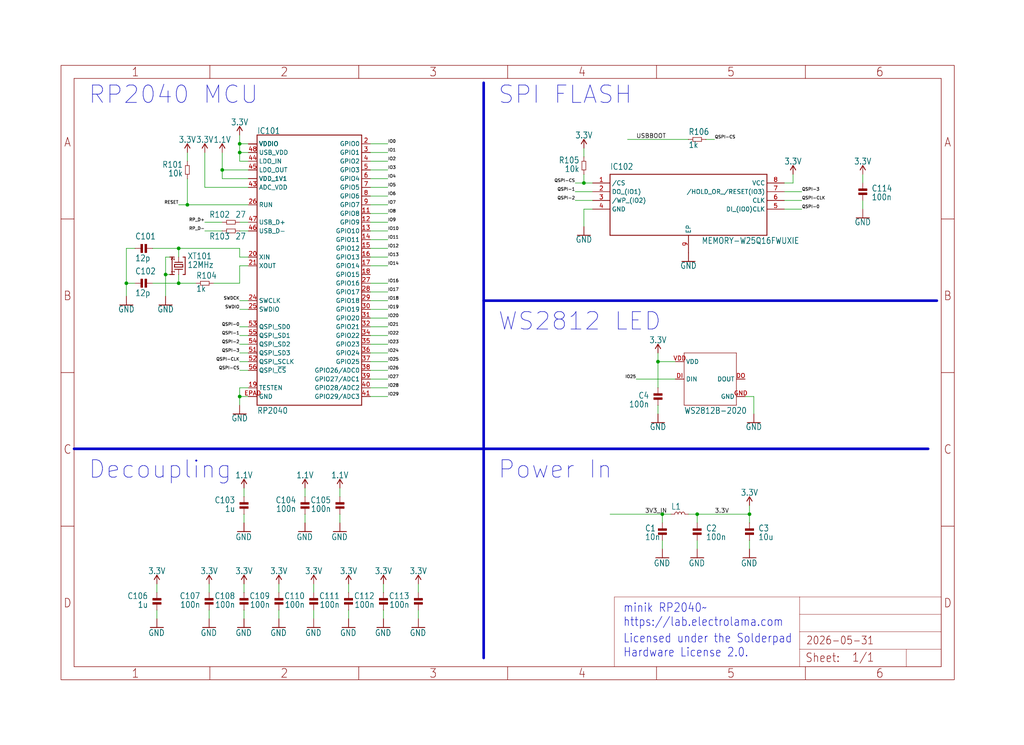
<source format=kicad_sch>
(kicad_sch (version 20230121) (generator eeschema)
  (paper "User" 298.45 217.17)
  (lib_symbols
    (symbol "working-eagle-import:1.1V" (power)
      (property "Value" "1.1V" (at 0 2.794 0))
      (symbol "1.1V_1_0"
        (pin power_in line (at 0 0 90) (length 2.54) (name "1.1V") (number "1"))
      )
    )
    (symbol "working-eagle-import:3.3V" (power)
      (property "Value" "3.3V" (at 0 2.794 0))
      (symbol "3.3V_1_0"
        (pin power_in line (at 0 0 90) (length 2.54) (name "3.3V") (number "1"))
      )
    )
    (symbol "working-eagle-import:A4L-LOC"
      (symbol "A4L-LOC_1_0"
        (text "${#}/${##}" (at 230.505 5.08 0) (effects (font (size 2.54 2.159)) (justify left bottom)))
        (text "${CURRENT_DATE}" (at 217.17 10.16 0) (effects (font (size 2.286 1.9431)) (justify left bottom)))
        (text "${PROJECTNAME}" (at 217.17 15.24 0) (effects (font (size 2.54 2.159)) (justify left bottom)))
        (text "1" (at 21.6958 1.905 0) (effects (font (size 2.54 2.286))))
        (text "1" (at 21.6958 177.165 0) (effects (font (size 2.54 2.286))))
        (text "2" (at 65.0875 1.905 0) (effects (font (size 2.54 2.286))))
        (text "2" (at 65.0875 177.165 0) (effects (font (size 2.54 2.286))))
        (text "3" (at 108.4792 1.905 0) (effects (font (size 2.54 2.286))))
        (text "3" (at 108.4792 177.165 0) (effects (font (size 2.54 2.286))))
        (text "4" (at 151.8708 1.905 0) (effects (font (size 2.54 2.286))))
        (text "4" (at 151.8708 177.165 0) (effects (font (size 2.54 2.286))))
        (text "5" (at 195.2625 1.905 0) (effects (font (size 2.54 2.286))))
        (text "5" (at 195.2625 177.165 0) (effects (font (size 2.54 2.286))))
        (text "6" (at 238.6542 1.905 0) (effects (font (size 2.54 2.286))))
        (text "6" (at 238.6542 177.165 0) (effects (font (size 2.54 2.286))))
        (text "A" (at 1.905 156.6863 0) (effects (font (size 2.54 2.286))))
        (text "A" (at 258.445 156.6863 0) (effects (font (size 2.54 2.286))))
        (text "B" (at 1.905 111.9188 0) (effects (font (size 2.54 2.286))))
        (text "B" (at 258.445 111.9188 0) (effects (font (size 2.54 2.286))))
        (text "C" (at 1.905 67.1513 0) (effects (font (size 2.54 2.286))))
        (text "C" (at 258.445 67.1513 0) (effects (font (size 2.54 2.286))))
        (text "D" (at 1.905 22.3838 0) (effects (font (size 2.54 2.286))))
        (text "D" (at 258.445 22.3838 0) (effects (font (size 2.54 2.286))))
        (text "Sheet:" (at 216.916 4.953 0) (effects (font (size 2.54 2.159)) (justify left bottom)))
      )
    )
    (symbol "working-eagle-import:CAP-0402"
      (property "Reference" "C" (at -2.54 2.54 0))
      (symbol "CAP-0402_1_0"
        (pin passive line (at -2.54 0 0) (length 0) (name "1") (number "1"))
        (pin passive line (at 2.54 0 180) (length 0) (name "2") (number "2"))
      )
    )
    (symbol "working-eagle-import:GND" (power)
      (property "Value" "GND" (at 0 -0.254 0))
      (symbol "GND_1_0"
        (pin power_in line (at 0 2.54 270) (length 2.54) (name "GND") (number "1"))
      )
    )
    (symbol "working-eagle-import:INDUCTOR-0402"
      (property "Reference" "L" (at -2.54 1.27 0))
      (symbol "INDUCTOR-0402_1_0"
        (pin passive line (at -2.54 0 0) (length 0) (name "1") (number "1"))
        (pin passive line (at 2.54 0 180) (length 0) (name "2") (number "2"))
      )
    )
    (symbol "working-eagle-import:MEMORY-W25Q16FWUXIE"
      (property "Reference" "IC" (at 52.07 7.62 0))
      (symbol "MEMORY-W25Q16FWUXIE_1_0"
        (pin bidirectional line (at 0 0 0) (length 5.08) (name "/CS") (number "1"))
        (pin bidirectional line (at 0 -2.54 0) (length 5.08) (name "DO_(IO1)") (number "2"))
        (pin bidirectional line (at 0 -5.08 0) (length 5.08) (name "/WP_(IO2)") (number "3"))
        (pin bidirectional line (at 0 -7.62 0) (length 5.08) (name "GND") (number "4"))
        (pin bidirectional line (at 55.88 -7.62 180) (length 5.08) (name "DI_(IO0)CLK") (number "5"))
        (pin bidirectional line (at 55.88 -5.08 180) (length 5.08) (name "CLK") (number "6"))
        (pin bidirectional line (at 55.88 -2.54 180) (length 5.08) (name "/HOLD_OR_/RESET(IO3)") (number "7"))
        (pin bidirectional line (at 55.88 0 180) (length 5.08) (name "VCC") (number "8"))
        (pin bidirectional line (at 27.94 -20.32 90) (length 5.08) (name "EP") (number "9"))
      )
    )
    (symbol "working-eagle-import:RES-0402"
      (property "Reference" "R" (at -2.54 1.27 0))
      (symbol "RES-0402_1_0"
        (pin passive line (at -2.54 0 0) (length 0) (name "1") (number "1"))
        (pin passive line (at 2.54 0 180) (length 0) (name "2") (number "2"))
      )
    )
    (symbol "working-eagle-import:RP2040"
      (property "Reference" "U" (at -15.24 38.354 0))
      (symbol "RP2040_1_0"
        (pin bidirectional line (at -17.78 35.56 0) (length 2.54) (name "VDDIO") (number "1"))
        (pin bidirectional line (at -17.78 35.56 0) (length 2.54) (name "VDDIO") (number "10"))
        (pin bidirectional line (at 17.78 15.24 180) (length 2.54) (name "GPIO8") (number "11"))
        (pin bidirectional line (at 17.78 12.7 180) (length 2.54) (name "GPIO9") (number "12"))
        (pin bidirectional line (at 17.78 10.16 180) (length 2.54) (name "GPIO10") (number "13"))
        (pin bidirectional line (at 17.78 7.62 180) (length 2.54) (name "GPIO11") (number "14"))
        (pin bidirectional line (at 17.78 5.08 180) (length 2.54) (name "GPIO12") (number "15"))
        (pin bidirectional line (at 17.78 2.54 180) (length 2.54) (name "GPIO13") (number "16"))
        (pin bidirectional line (at 17.78 0 180) (length 2.54) (name "GPIO14") (number "17"))
        (pin bidirectional line (at 17.78 -2.54 180) (length 2.54) (name "GPIO15") (number "18"))
        (pin bidirectional line (at -17.78 -35.56 0) (length 2.54) (name "TESTEN") (number "19"))
        (pin bidirectional line (at 17.78 35.56 180) (length 2.54) (name "GPIO0") (number "2"))
        (pin bidirectional line (at -17.78 2.54 0) (length 2.54) (name "XIN") (number "20"))
        (pin bidirectional line (at -17.78 0 0) (length 2.54) (name "XOUT") (number "21"))
        (pin bidirectional line (at -17.78 35.56 0) (length 2.54) (name "VDDIO") (number "22"))
        (pin bidirectional line (at -17.78 25.4 0) (length 2.54) (name "VDD_1V1") (number "23"))
        (pin bidirectional line (at -17.78 -10.16 0) (length 2.54) (name "SWCLK") (number "24"))
        (pin bidirectional line (at -17.78 -12.7 0) (length 2.54) (name "SWDIO") (number "25"))
        (pin bidirectional line (at -17.78 17.78 0) (length 2.54) (name "RUN") (number "26"))
        (pin bidirectional line (at 17.78 -5.08 180) (length 2.54) (name "GPIO16") (number "27"))
        (pin bidirectional line (at 17.78 -7.62 180) (length 2.54) (name "GPIO17") (number "28"))
        (pin bidirectional line (at 17.78 -10.16 180) (length 2.54) (name "GPIO18") (number "29"))
        (pin bidirectional line (at 17.78 33.02 180) (length 2.54) (name "GPIO1") (number "3"))
        (pin bidirectional line (at 17.78 -12.7 180) (length 2.54) (name "GPIO19") (number "30"))
        (pin bidirectional line (at 17.78 -15.24 180) (length 2.54) (name "GPIO20") (number "31"))
        (pin bidirectional line (at 17.78 -17.78 180) (length 2.54) (name "GPIO21") (number "32"))
        (pin bidirectional line (at -17.78 35.56 0) (length 2.54) (name "VDDIO") (number "33"))
        (pin bidirectional line (at 17.78 -20.32 180) (length 2.54) (name "GPIO22") (number "34"))
        (pin bidirectional line (at 17.78 -22.86 180) (length 2.54) (name "GPIO23") (number "35"))
        (pin bidirectional line (at 17.78 -25.4 180) (length 2.54) (name "GPIO24") (number "36"))
        (pin bidirectional line (at 17.78 -27.94 180) (length 2.54) (name "GPIO25") (number "37"))
        (pin bidirectional line (at 17.78 -30.48 180) (length 2.54) (name "GPIO26/ADC0") (number "38"))
        (pin bidirectional line (at 17.78 -33.02 180) (length 2.54) (name "GPIO27/ADC1") (number "39"))
        (pin bidirectional line (at 17.78 30.48 180) (length 2.54) (name "GPIO2") (number "4"))
        (pin bidirectional line (at 17.78 -35.56 180) (length 2.54) (name "GPIO28/ADC2") (number "40"))
        (pin bidirectional line (at 17.78 -38.1 180) (length 2.54) (name "GPIO29/ADC3") (number "41"))
        (pin bidirectional line (at -17.78 35.56 0) (length 2.54) (name "VDDIO") (number "42"))
        (pin bidirectional line (at -17.78 22.86 0) (length 2.54) (name "ADC_VDD") (number "43"))
        (pin bidirectional line (at -17.78 30.48 0) (length 2.54) (name "LDO_IN") (number "44"))
        (pin bidirectional line (at -17.78 27.94 0) (length 2.54) (name "LDO_OUT") (number "45"))
        (pin bidirectional line (at -17.78 10.16 0) (length 2.54) (name "USB_D-") (number "46"))
        (pin bidirectional line (at -17.78 12.7 0) (length 2.54) (name "USB_D+") (number "47"))
        (pin bidirectional line (at -17.78 33.02 0) (length 2.54) (name "USB_VDD") (number "48"))
        (pin bidirectional line (at -17.78 35.56 0) (length 2.54) (name "VDDIO") (number "49"))
        (pin bidirectional line (at 17.78 27.94 180) (length 2.54) (name "GPIO3") (number "5"))
        (pin bidirectional line (at -17.78 25.4 0) (length 2.54) (name "VDD_1V1") (number "50"))
        (pin bidirectional line (at -17.78 -25.4 0) (length 2.54) (name "QSPI_SD3") (number "51"))
        (pin bidirectional line (at -17.78 -27.94 0) (length 2.54) (name "QSPI_SCLK") (number "52"))
        (pin bidirectional line (at -17.78 -17.78 0) (length 2.54) (name "QSPI_SD0") (number "53"))
        (pin bidirectional line (at -17.78 -22.86 0) (length 2.54) (name "QSPI_SD2") (number "54"))
        (pin bidirectional line (at -17.78 -20.32 0) (length 2.54) (name "QSPI_SD1") (number "55"))
        (pin bidirectional line (at -17.78 -30.48 0) (length 2.54) (name "QSPI_~{CS}") (number "56"))
        (pin bidirectional line (at 17.78 25.4 180) (length 2.54) (name "GPIO4") (number "6"))
        (pin bidirectional line (at 17.78 22.86 180) (length 2.54) (name "GPIO5") (number "7"))
        (pin bidirectional line (at 17.78 20.32 180) (length 2.54) (name "GPIO6") (number "8"))
        (pin bidirectional line (at 17.78 17.78 180) (length 2.54) (name "GPIO7") (number "9"))
        (pin bidirectional line (at -17.78 -38.1 0) (length 2.54) (name "GND") (number "EPAD"))
      )
    )
    (symbol "working-eagle-import:WS2812B-2020"
      (symbol "WS2812B-2020_1_0"
        (pin bidirectional line (at -10.16 0 0) (length 2.54) (name "DIN") (number "DI"))
        (pin bidirectional line (at 10.16 0 180) (length 2.54) (name "DOUT") (number "DO"))
        (pin bidirectional line (at 10.16 -5.08 180) (length 2.54) (name "GND") (number "GND"))
        (pin bidirectional line (at -10.16 5.08 0) (length 2.54) (name "VDD") (number "VDD"))
      )
    )
    (symbol "working-eagle-import:XTAL-4P-3225"
      (property "Reference" "XT" (at -2.54 5.08 0))
      (symbol "XTAL-4P-3225_1_0"
        (text "1" (at -2.159 -1.143 0) (effects (font (size 0.8636 0.734)) (justify left bottom)))
        (text "2" (at 1.524 -1.143 0) (effects (font (size 0.8636 0.734)) (justify left bottom)))
        (pin passive line (at -2.54 0 0) (length 0) (name "1") (number "1"))
        (pin bidirectional line (at -2.54 -2.54 90) (length 0) (name "2") (number "2"))
        (pin passive line (at 2.54 0 180) (length 0) (name "3") (number "3"))
        (pin bidirectional line (at 2.54 -2.54 90) (length 0) (name "4") (number "4"))
      )
    )
    (symbol "working-eagle-import:supply1_GND" (power)
      (property "Value" "supply1_GND" (at -2.54 -2.54 0))
      (symbol "supply1_GND_1_0"
        (pin power_in line (at 0 2.54 270) (length 2.54) (name "GND") (number "1"))
      )
    )
  )
  (junction (at 52.07 82.55))
  (junction (at 36.83 82.55))
  (junction (at 191.77 105.41))
  (junction (at 193.04 149.86))
  (junction (at 69.85 115.57))
  (junction (at 64.77 49.53))
  (junction (at 218.44 149.86))
  (junction (at 69.85 41.91))
  (junction (at 170.18 53.34))
  (junction (at 203.2 149.86))
  (junction (at 69.85 44.45))
  (junction (at 54.61 59.69))
  (junction (at 52.07 72.39))
  (junction (at 48.26 80.01))
  (wire (pts (xy 107.95 59.69) (xy 113.03 59.69)) (stroke (width 0.1524)))
  (wire (pts (xy 193.04 157.48) (xy 193.04 160.02)) (stroke (width 0.1524)))
  (wire (pts (xy 72.39 44.45) (xy 69.85 44.45)) (stroke (width 0.1524)))
  (wire (pts (xy 72.39 77.47) (xy 69.85 77.47)) (stroke (width 0.1524)))
  (wire (pts (xy 69.85 74.93) (xy 69.85 72.39)) (stroke (width 0.1524)))
  (wire (pts (xy 203.2 149.86) (xy 218.44 149.86)) (stroke (width 0.1524)))
  (wire (pts (xy 218.44 152.4) (xy 218.44 149.86)) (stroke (width 0.1524)))
  (wire (pts (xy 71.12 170.18) (xy 71.12 172.72)) (stroke (width 0.1524)))
  (wire (pts (xy 170.18 50.8) (xy 170.18 53.34)) (stroke (width 0.1524)))
  (wire (pts (xy 200.66 40.64) (xy 182.88 40.64)) (stroke (width 0.1524)))
  (wire (pts (xy 69.85 67.31) (xy 72.39 67.31)) (stroke (width 0.1524)))
  (wire (pts (xy 69.85 46.99) (xy 69.85 44.45)) (stroke (width 0.1524)))
  (wire (pts (xy 107.95 105.41) (xy 113.03 105.41)) (stroke (width 0.1524)))
  (wire (pts (xy 69.85 41.91) (xy 69.85 44.45)) (stroke (width 0.1524)))
  (wire (pts (xy 172.72 60.96) (xy 170.18 60.96)) (stroke (width 0.1524)))
  (wire (pts (xy 107.95 90.17) (xy 113.03 90.17)) (stroke (width 0.1524)))
  (wire (pts (xy 101.6 177.8) (xy 101.6 180.34)) (stroke (width 0.1524)))
  (wire (pts (xy 81.28 170.18) (xy 81.28 172.72)) (stroke (width 0.1524)))
  (wire (pts (xy 69.85 77.47) (xy 69.85 82.55)) (stroke (width 0.1524)))
  (wire (pts (xy 121.92 177.8) (xy 121.92 180.34)) (stroke (width 0.1524)))
  (wire (pts (xy 71.12 142.24) (xy 71.12 144.78)) (stroke (width 0.1524)))
  (wire (pts (xy 52.07 74.93) (xy 52.07 72.39)) (stroke (width 0.1524)))
  (wire (pts (xy 54.61 59.69) (xy 54.61 52.07)) (stroke (width 0.1524)))
  (wire (pts (xy 60.96 177.8) (xy 60.96 180.34)) (stroke (width 0.1524)))
  (wire (pts (xy 251.46 58.42) (xy 251.46 60.96)) (stroke (width 0.1524)))
  (wire (pts (xy 203.2 157.48) (xy 203.2 160.02)) (stroke (width 0.1524)))
  (wire (pts (xy 218.44 157.48) (xy 218.44 160.02)) (stroke (width 0.1524)))
  (wire (pts (xy 107.95 92.71) (xy 113.03 92.71)) (stroke (width 0.1524)))
  (wire (pts (xy 39.37 72.39) (xy 36.83 72.39)) (stroke (width 0.1524)))
  (wire (pts (xy 64.77 52.07) (xy 64.77 49.53)) (stroke (width 0.1524)))
  (wire (pts (xy 107.95 100.33) (xy 113.03 100.33)) (stroke (width 0.1524)))
  (wire (pts (xy 81.28 177.8) (xy 81.28 180.34)) (stroke (width 0.1524)))
  (wire (pts (xy 52.07 82.55) (xy 44.45 82.55)) (stroke (width 0.1524)))
  (wire (pts (xy 72.39 97.79) (xy 69.85 97.79)) (stroke (width 0.1524)))
  (wire (pts (xy 111.76 170.18) (xy 111.76 172.72)) (stroke (width 0.1524)))
  (wire (pts (xy 219.71 115.57) (xy 219.71 120.65)) (stroke (width 0.1524)))
  (wire (pts (xy 228.6 53.34) (xy 231.14 53.34)) (stroke (width 0.1524)))
  (wire (pts (xy 172.72 53.34) (xy 170.18 53.34)) (stroke (width 0.1524)))
  (wire (pts (xy 49.53 80.01) (xy 48.26 80.01)) (stroke (width 0.1524)))
  (wire (pts (xy 107.95 87.63) (xy 113.03 87.63)) (stroke (width 0.1524)))
  (wire (pts (xy 107.95 72.39) (xy 113.03 72.39)) (stroke (width 0.1524)))
  (wire (pts (xy 60.96 170.18) (xy 60.96 172.72)) (stroke (width 0.1524)))
  (polyline (pts (xy 140.97 130.81) (xy 270.51 130.81)) (stroke (width 0.762) (type solid)))
  (wire (pts (xy 72.39 95.25) (xy 69.85 95.25)) (stroke (width 0.1524)))
  (wire (pts (xy 196.85 105.41) (xy 191.77 105.41)) (stroke (width 0.1524)))
  (wire (pts (xy 200.66 149.86) (xy 203.2 149.86)) (stroke (width 0.1524)))
  (wire (pts (xy 72.39 115.57) (xy 69.85 115.57)) (stroke (width 0.1524)))
  (wire (pts (xy 111.76 177.8) (xy 111.76 180.34)) (stroke (width 0.1524)))
  (wire (pts (xy 107.95 85.09) (xy 113.03 85.09)) (stroke (width 0.1524)))
  (wire (pts (xy 121.92 170.18) (xy 121.92 172.72)) (stroke (width 0.1524)))
  (wire (pts (xy 91.44 170.18) (xy 91.44 172.72)) (stroke (width 0.1524)))
  (wire (pts (xy 72.39 100.33) (xy 69.85 100.33)) (stroke (width 0.1524)))
  (wire (pts (xy 107.95 46.99) (xy 113.03 46.99)) (stroke (width 0.1524)))
  (wire (pts (xy 107.95 115.57) (xy 113.03 115.57)) (stroke (width 0.1524)))
  (wire (pts (xy 107.95 44.45) (xy 113.03 44.45)) (stroke (width 0.1524)))
  (wire (pts (xy 52.07 72.39) (xy 44.45 72.39)) (stroke (width 0.1524)))
  (wire (pts (xy 107.95 82.55) (xy 113.03 82.55)) (stroke (width 0.1524)))
  (wire (pts (xy 251.46 53.34) (xy 251.46 50.8)) (stroke (width 0.1524)))
  (wire (pts (xy 101.6 170.18) (xy 101.6 172.72)) (stroke (width 0.1524)))
  (wire (pts (xy 107.95 74.93) (xy 113.03 74.93)) (stroke (width 0.1524)))
  (wire (pts (xy 72.39 59.69) (xy 54.61 59.69)) (stroke (width 0.1524)))
  (wire (pts (xy 172.72 55.88) (xy 167.64 55.88)) (stroke (width 0.1524)))
  (polyline (pts (xy 140.97 87.63) (xy 140.97 130.81)) (stroke (width 0.762) (type solid)))
  (wire (pts (xy 107.95 110.49) (xy 113.03 110.49)) (stroke (width 0.1524)))
  (polyline (pts (xy 140.97 130.81) (xy 21.59 130.81)) (stroke (width 0.762) (type solid)))
  (wire (pts (xy 72.39 105.41) (xy 69.85 105.41)) (stroke (width 0.1524)))
  (wire (pts (xy 72.39 87.63) (xy 69.85 87.63)) (stroke (width 0.1524)))
  (wire (pts (xy 59.69 64.77) (xy 64.77 64.77)) (stroke (width 0.1524)))
  (wire (pts (xy 69.85 115.57) (xy 69.85 118.11)) (stroke (width 0.1524)))
  (wire (pts (xy 49.53 74.93) (xy 48.26 74.93)) (stroke (width 0.1524)))
  (wire (pts (xy 72.39 52.07) (xy 64.77 52.07)) (stroke (width 0.1524)))
  (wire (pts (xy 191.77 118.11) (xy 191.77 120.65)) (stroke (width 0.1524)))
  (wire (pts (xy 99.06 149.86) (xy 99.06 152.4)) (stroke (width 0.1524)))
  (wire (pts (xy 203.2 152.4) (xy 203.2 149.86)) (stroke (width 0.1524)))
  (wire (pts (xy 193.04 149.86) (xy 195.58 149.86)) (stroke (width 0.1524)))
  (wire (pts (xy 205.74 40.64) (xy 208.28 40.64)) (stroke (width 0.1524)))
  (wire (pts (xy 107.95 102.87) (xy 113.03 102.87)) (stroke (width 0.1524)))
  (wire (pts (xy 69.85 41.91) (xy 69.85 39.37)) (stroke (width 0.1524)))
  (polyline (pts (xy 140.97 87.63) (xy 273.05 87.63)) (stroke (width 0.762) (type solid)))
  (wire (pts (xy 107.95 49.53) (xy 113.03 49.53)) (stroke (width 0.1524)))
  (wire (pts (xy 107.95 62.23) (xy 113.03 62.23)) (stroke (width 0.1524)))
  (wire (pts (xy 170.18 60.96) (xy 170.18 66.04)) (stroke (width 0.1524)))
  (polyline (pts (xy 140.97 24.13) (xy 140.97 87.63)) (stroke (width 0.762) (type solid)))
  (wire (pts (xy 45.72 170.18) (xy 45.72 172.72)) (stroke (width 0.1524)))
  (wire (pts (xy 107.95 57.15) (xy 113.03 57.15)) (stroke (width 0.1524)))
  (wire (pts (xy 191.77 105.41) (xy 191.77 102.87)) (stroke (width 0.1524)))
  (wire (pts (xy 45.72 177.8) (xy 45.72 180.34)) (stroke (width 0.1524)))
  (wire (pts (xy 170.18 53.34) (xy 167.64 53.34)) (stroke (width 0.1524)))
  (wire (pts (xy 52.07 80.01) (xy 52.07 82.55)) (stroke (width 0.1524)))
  (wire (pts (xy 219.71 115.57) (xy 217.17 115.57)) (stroke (width 0.1524)))
  (wire (pts (xy 107.95 69.85) (xy 113.03 69.85)) (stroke (width 0.1524)))
  (wire (pts (xy 72.39 49.53) (xy 64.77 49.53)) (stroke (width 0.1524)))
  (wire (pts (xy 36.83 82.55) (xy 36.83 86.36)) (stroke (width 0.1524)))
  (wire (pts (xy 69.85 82.55) (xy 62.23 82.55)) (stroke (width 0.1524)))
  (wire (pts (xy 196.85 110.49) (xy 185.42 110.49)) (stroke (width 0.1524)))
  (wire (pts (xy 107.95 97.79) (xy 113.03 97.79)) (stroke (width 0.1524)))
  (wire (pts (xy 69.85 64.77) (xy 72.39 64.77)) (stroke (width 0.1524)))
  (wire (pts (xy 72.39 54.61) (xy 59.69 54.61)) (stroke (width 0.1524)))
  (wire (pts (xy 88.9 149.86) (xy 88.9 152.4)) (stroke (width 0.1524)))
  (wire (pts (xy 107.95 41.91) (xy 113.03 41.91)) (stroke (width 0.1524)))
  (wire (pts (xy 218.44 147.32) (xy 218.44 149.86)) (stroke (width 0.1524)))
  (wire (pts (xy 64.77 49.53) (xy 64.77 44.45)) (stroke (width 0.1524)))
  (wire (pts (xy 172.72 58.42) (xy 167.64 58.42)) (stroke (width 0.1524)))
  (wire (pts (xy 71.12 177.8) (xy 71.12 180.34)) (stroke (width 0.1524)))
  (wire (pts (xy 72.39 90.17) (xy 69.85 90.17)) (stroke (width 0.1524)))
  (wire (pts (xy 193.04 152.4) (xy 193.04 149.86)) (stroke (width 0.1524)))
  (wire (pts (xy 193.04 149.86) (xy 177.8 149.86)) (stroke (width 0.1524)))
  (wire (pts (xy 72.39 107.95) (xy 69.85 107.95)) (stroke (width 0.1524)))
  (wire (pts (xy 170.18 45.72) (xy 170.18 43.18)) (stroke (width 0.1524)))
  (wire (pts (xy 69.85 113.03) (xy 69.85 115.57)) (stroke (width 0.1524)))
  (wire (pts (xy 107.95 54.61) (xy 113.03 54.61)) (stroke (width 0.1524)))
  (wire (pts (xy 107.95 113.03) (xy 113.03 113.03)) (stroke (width 0.1524)))
  (wire (pts (xy 228.6 60.96) (xy 233.68 60.96)) (stroke (width 0.1524)))
  (wire (pts (xy 99.06 142.24) (xy 99.06 144.78)) (stroke (width 0.1524)))
  (wire (pts (xy 59.69 54.61) (xy 59.69 44.45)) (stroke (width 0.1524)))
  (wire (pts (xy 91.44 177.8) (xy 91.44 180.34)) (stroke (width 0.1524)))
  (polyline (pts (xy 140.97 130.81) (xy 140.97 191.77)) (stroke (width 0.762) (type solid)))
  (wire (pts (xy 88.9 142.24) (xy 88.9 144.78)) (stroke (width 0.1524)))
  (wire (pts (xy 107.95 52.07) (xy 113.03 52.07)) (stroke (width 0.1524)))
  (wire (pts (xy 72.39 102.87) (xy 69.85 102.87)) (stroke (width 0.1524)))
  (wire (pts (xy 69.85 72.39) (xy 52.07 72.39)) (stroke (width 0.1524)))
  (wire (pts (xy 71.12 149.86) (xy 71.12 152.4)) (stroke (width 0.1524)))
  (wire (pts (xy 72.39 46.99) (xy 69.85 46.99)) (stroke (width 0.1524)))
  (wire (pts (xy 57.15 82.55) (xy 52.07 82.55)) (stroke (width 0.1524)))
  (wire (pts (xy 191.77 105.41) (xy 191.77 113.03)) (stroke (width 0.1524)))
  (wire (pts (xy 59.69 67.31) (xy 64.77 67.31)) (stroke (width 0.1524)))
  (wire (pts (xy 36.83 72.39) (xy 36.83 82.55)) (stroke (width 0.1524)))
  (wire (pts (xy 72.39 41.91) (xy 69.85 41.91)) (stroke (width 0.1524)))
  (wire (pts (xy 228.6 58.42) (xy 233.68 58.42)) (stroke (width 0.1524)))
  (wire (pts (xy 48.26 80.01) (xy 48.26 86.36)) (stroke (width 0.1524)))
  (wire (pts (xy 48.26 74.93) (xy 48.26 80.01)) (stroke (width 0.1524)))
  (wire (pts (xy 107.95 107.95) (xy 113.03 107.95)) (stroke (width 0.1524)))
  (wire (pts (xy 52.07 59.69) (xy 54.61 59.69)) (stroke (width 0.1524)))
  (wire (pts (xy 231.14 53.34) (xy 231.14 50.8)) (stroke (width 0.1524)))
  (wire (pts (xy 107.95 67.31) (xy 113.03 67.31)) (stroke (width 0.1524)))
  (wire (pts (xy 39.37 82.55) (xy 36.83 82.55)) (stroke (width 0.1524)))
  (wire (pts (xy 107.95 77.47) (xy 113.03 77.47)) (stroke (width 0.1524)))
  (wire (pts (xy 72.39 113.03) (xy 69.85 113.03)) (stroke (width 0.1524)))
  (wire (pts (xy 228.6 55.88) (xy 233.68 55.88)) (stroke (width 0.1524)))
  (wire (pts (xy 107.95 95.25) (xy 113.03 95.25)) (stroke (width 0.1524)))
  (wire (pts (xy 72.39 74.93) (xy 69.85 74.93)) (stroke (width 0.1524)))
  (wire (pts (xy 54.61 44.45) (xy 54.61 46.99)) (stroke (width 0.1524)))
  (wire (pts (xy 107.95 64.77) (xy 113.03 64.77)) (stroke (width 0.1524)))
  (text "Power In" (at 145.034 139.954 0) (effects (font (size 5.08 5.08)) (justify left bottom)))
  (text "SPI FLASH" (at 145.034 30.734 0) (effects (font (size 5.08 5.08)) (justify left bottom)))
  (text "Decoupling" (at 25.654 139.954 0) (effects (font (size 5.08 5.08)) (justify left bottom)))
  (text "Licensed under the Solderpad\nHardware License 2.0." (at 181.61 191.77 0) (effects (font (size 2.54 2.159)) (justify left bottom)))
  (text "minik RP2040~\nhttps://lab.electrolama.com" (at 181.61 182.88 0) (effects (font (size 2.54 2.159)) (justify left bottom)))
  (text "WS2812 LED" (at 145.034 96.774 0) (effects (font (size 5.08 5.08)) (justify left bottom)))
  (text "RP2040 MCU" (at 25.654 30.734 0) (effects (font (size 5.08 5.08)) (justify left bottom)))
  (label "IO25" (at 113.03 105.41 0) (effects (font (size 0.889 0.889))))
  (label "SWDIO" (at 69.85 90.17 180) (effects (font (size 0.889 0.889))))
  (label "IO26" (at 113.03 107.95 0) (effects (font (size 0.889 0.889))))
  (label "QSPI-CLK" (at 233.68 58.42 0) (effects (font (size 0.889 0.889))))
  (label "IO6" (at 113.03 57.15 0) (effects (font (size 0.889 0.889))))
  (label "QSPI-3" (at 233.68 55.88 0) (effects (font (size 0.889 0.889))))
  (label "QSPI-1" (at 167.64 55.88 180) (effects (font (size 0.889 0.889))))
  (label "3V3_IN" (at 187.96 149.86 0) (effects (font (size 1.2446 1.2446))))
  (label "IO27" (at 113.03 110.49 0) (effects (font (size 0.889 0.889))))
  (label "IO5" (at 113.03 54.61 0) (effects (font (size 0.889 0.889))))
  (label "3.3V" (at 208.28 149.86 0) (effects (font (size 1.2446 1.2446))))
  (label "QSPI-CS" (at 167.64 53.34 180) (effects (font (size 0.889 0.889))))
  (label "IO14" (at 113.03 77.47 0) (effects (font (size 0.889 0.889))))
  (label "IO1" (at 113.03 44.45 0) (effects (font (size 0.889 0.889))))
  (label "QSPI-2" (at 69.85 100.33 180) (effects (font (size 0.889 0.889))))
  (label "QSPI-0" (at 233.68 60.96 0) (effects (font (size 0.889 0.889))))
  (label "IO9" (at 113.03 64.77 0) (effects (font (size 0.889 0.889))))
  (label "RESET" (at 52.07 59.69 180) (effects (font (size 0.889 0.889))))
  (label "IO25" (at 185.42 110.49 180) (effects (font (size 0.889 0.889))))
  (label "IO22" (at 113.03 97.79 0) (effects (font (size 0.889 0.889))))
  (label "QSPI-CS" (at 208.28 40.64 0) (effects (font (size 0.889 0.889))))
  (label "IO24" (at 113.03 102.87 0) (effects (font (size 0.889 0.889))))
  (label "IO16" (at 113.03 82.55 0) (effects (font (size 0.889 0.889))))
  (label "IO0" (at 113.03 41.91 0) (effects (font (size 0.889 0.889))))
  (label "IO17" (at 113.03 85.09 0) (effects (font (size 0.889 0.889))))
  (label "USBBOOT" (at 185.42 40.64 0) (effects (font (size 1.2446 1.2446))))
  (label "RP_D-" (at 59.69 67.31 180) (effects (font (size 0.889 0.889))))
  (label "IO23" (at 113.03 100.33 0) (effects (font (size 0.889 0.889))))
  (label "QSPI-1" (at 69.85 97.79 180) (effects (font (size 0.889 0.889))))
  (label "IO3" (at 113.03 49.53 0) (effects (font (size 0.889 0.889))))
  (label "QSPI-2" (at 167.64 58.42 180) (effects (font (size 0.889 0.889))))
  (label "QSPI-CS" (at 69.85 107.95 180) (effects (font (size 0.889 0.889))))
  (label "IO18" (at 113.03 87.63 0) (effects (font (size 0.889 0.889))))
  (label "IO28" (at 113.03 113.03 0) (effects (font (size 0.889 0.889))))
  (label "IO21" (at 113.03 95.25 0) (effects (font (size 0.889 0.889))))
  (label "IO10" (at 113.03 67.31 0) (effects (font (size 0.889 0.889))))
  (label "IO8" (at 113.03 62.23 0) (effects (font (size 0.889 0.889))))
  (label "IO12" (at 113.03 72.39 0) (effects (font (size 0.889 0.889))))
  (label "QSPI-0" (at 69.85 95.25 180) (effects (font (size 0.889 0.889))))
  (label "IO29" (at 113.03 115.57 0) (effects (font (size 0.889 0.889))))
  (label "RP_D+" (at 59.69 64.77 180) (effects (font (size 0.889 0.889))))
  (label "IO13" (at 113.03 74.93 0) (effects (font (size 0.889 0.889))))
  (label "IO7" (at 113.03 59.69 0) (effects (font (size 0.889 0.889))))
  (label "IO11" (at 113.03 69.85 0) (effects (font (size 0.889 0.889))))
  (label "IO19" (at 113.03 90.17 0) (effects (font (size 0.889 0.889))))
  (label "QSPI-CLK" (at 69.85 105.41 180) (effects (font (size 0.889 0.889))))
  (label "IO4" (at 113.03 52.07 0) (effects (font (size 0.889 0.889))))
  (label "IO20" (at 113.03 92.71 0) (effects (font (size 0.889 0.889))))
  (label "QSPI-3" (at 69.85 102.87 180) (effects (font (size 0.889 0.889))))
  (label "SWDCK" (at 69.85 87.63 180) (effects (font (size 0.889 0.889))))
  (label "IO2" (at 113.03 46.99 0) (effects (font (size 0.889 0.889))))
  (symbol (lib_id "working-eagle-import:GND") (at 48.26 88.9 0) (unit 1)
    (property "Reference" "#GND19" (effects hide))
    (property "Value" "GND" (at 48.26 89.154 0) (effects (font (size 1.778 1.5113)) (justify top)))
  )
  (symbol (lib_id "working-eagle-import:WS2812B-2020") (at 207.01 110.49 0) (unit 1)
    (property "Reference" "LED1" (effects hide))
    (property "Value" "WS2812B-2020" (at 199.39 120.65 0) (effects (font (size 1.778 1.5113)) (justify left bottom)))
    (property "Footprint" "working:WS2812B-2020" (effects hide))
  )
  (symbol (lib_id "working-eagle-import:supply1_GND") (at 91.44 182.88 0) (unit 1)
    (property "Reference" "#GND14" (effects hide))
    (property "Value" "GND" (at 88.9 185.42 0) (effects (font (size 1.778 1.5113)) (justify left bottom)))
  )
  (symbol (lib_id "working-eagle-import:RES-0402") (at 54.61 49.53 90) (unit 1)
    (property "Reference" "R101" (at 53.34 46.99 90) (effects (font (size 1.778 1.5113)) (justify left bottom)))
    (property "Value" "10k" (at 53.34 49.53 90) (effects (font (size 1.778 1.5113)) (justify left bottom)))
    (property "Footprint" "working:_PKG_R_0402" (effects hide))
  )
  (symbol (lib_id "working-eagle-import:RP2040") (at 90.17 77.47 0) (unit 1)
    (property "Reference" "IC101" (at 74.93 39.116 0) (effects (font (size 1.778 1.5113)) (justify left bottom)))
    (property "Value" "RP2040" (at 74.93 120.65 0) (effects (font (size 1.778 1.5113)) (justify left bottom)))
    (property "Footprint" "working:QFN-56" (effects hide))
  )
  (symbol (lib_id "working-eagle-import:supply1_GND") (at 71.12 154.94 0) (unit 1)
    (property "Reference" "#GND1" (effects hide))
    (property "Value" "GND" (at 68.58 157.48 0) (effects (font (size 1.778 1.5113)) (justify left bottom)))
  )
  (symbol (lib_id "working-eagle-import:3.3V") (at 101.6 170.18 0) (unit 1)
    (property "Reference" "#SUPPLY15" (effects hide))
    (property "Value" "3.3V" (at 101.6 167.386 0) (effects (font (size 1.778 1.5113)) (justify bottom)))
  )
  (symbol (lib_id "working-eagle-import:CAP-0402") (at 60.96 175.26 90) (unit 1)
    (property "Reference" "C107" (at 58.42 172.72 90) (effects (font (size 1.778 1.5113)) (justify left bottom)))
    (property "Value" "100n" (at 58.42 175.26 90) (effects (font (size 1.778 1.5113)) (justify left bottom)))
    (property "Footprint" "working:_PKG_C_0402" (effects hide))
  )
  (symbol (lib_id "working-eagle-import:GND") (at 69.85 120.65 0) (unit 1)
    (property "Reference" "#GND17" (effects hide))
    (property "Value" "GND" (at 69.85 120.904 0) (effects (font (size 1.778 1.5113)) (justify top)))
  )
  (symbol (lib_id "working-eagle-import:RES-0402") (at 203.2 40.64 180) (unit 1)
    (property "Reference" "R106" (at 200.66 39.37 0) (effects (font (size 1.778 1.5113)) (justify right top)))
    (property "Value" "1k" (at 200.66 43.18 0) (effects (font (size 1.778 1.5113)) (justify right top)))
    (property "Footprint" "working:_PKG_R_0402" (effects hide))
  )
  (symbol (lib_id "working-eagle-import:3.3V") (at 191.77 102.87 0) (unit 1)
    (property "Reference" "#SUPPLY5" (effects hide))
    (property "Value" "3.3V" (at 191.77 100.076 0) (effects (font (size 1.778 1.5113)) (justify bottom)))
  )
  (symbol (lib_id "working-eagle-import:XTAL-4P-3225") (at 52.07 77.47 270) (mirror x) (unit 1)
    (property "Reference" "XT101" (at 54.61 73.66 90) (effects (font (size 1.778 1.5113)) (justify left bottom)))
    (property "Value" "12MHz" (at 54.61 76.2 90) (effects (font (size 1.778 1.5113)) (justify left bottom)))
    (property "Footprint" "working:XTAL-4P-3225" (effects hide))
  )
  (symbol (lib_id "working-eagle-import:CAP-0402") (at 71.12 175.26 90) (unit 1)
    (property "Reference" "C108" (at 68.58 172.72 90) (effects (font (size 1.778 1.5113)) (justify left bottom)))
    (property "Value" "100n" (at 68.58 175.26 90) (effects (font (size 1.778 1.5113)) (justify left bottom)))
    (property "Footprint" "working:_PKG_C_0402" (effects hide))
  )
  (symbol (lib_id "working-eagle-import:CAP-0402") (at 121.92 175.26 90) (unit 1)
    (property "Reference" "C113" (at 119.38 172.72 90) (effects (font (size 1.778 1.5113)) (justify left bottom)))
    (property "Value" "100n" (at 119.38 175.26 90) (effects (font (size 1.778 1.5113)) (justify left bottom)))
    (property "Footprint" "working:_PKG_C_0402" (effects hide))
  )
  (symbol (lib_id "working-eagle-import:3.3V") (at 60.96 170.18 0) (unit 1)
    (property "Reference" "#SUPPLY7" (effects hide))
    (property "Value" "3.3V" (at 60.96 167.386 0) (effects (font (size 1.778 1.5113)) (justify bottom)))
  )
  (symbol (lib_id "working-eagle-import:CAP-0402") (at 91.44 175.26 90) (unit 1)
    (property "Reference" "C110" (at 88.9 172.72 90) (effects (font (size 1.778 1.5113)) (justify left bottom)))
    (property "Value" "100n" (at 88.9 175.26 90) (effects (font (size 1.778 1.5113)) (justify left bottom)))
    (property "Footprint" "working:_PKG_C_0402" (effects hide))
  )
  (symbol (lib_id "working-eagle-import:3.3V") (at 121.92 170.18 0) (unit 1)
    (property "Reference" "#SUPPLY18" (effects hide))
    (property "Value" "3.3V" (at 121.92 167.386 0) (effects (font (size 1.778 1.5113)) (justify bottom)))
  )
  (symbol (lib_id "working-eagle-import:3.3V") (at 45.72 170.18 0) (unit 1)
    (property "Reference" "#SUPPLY8" (effects hide))
    (property "Value" "3.3V" (at 45.72 167.386 0) (effects (font (size 1.778 1.5113)) (justify bottom)))
  )
  (symbol (lib_id "working-eagle-import:3.3V") (at 59.69 44.45 0) (unit 1)
    (property "Reference" "#SUPPLY29" (effects hide))
    (property "Value" "3.3V" (at 59.69 41.656 0) (effects (font (size 1.778 1.5113)) (justify bottom)))
  )
  (symbol (lib_id "working-eagle-import:3.3V") (at 251.46 50.8 0) (unit 1)
    (property "Reference" "#SUPPLY4" (effects hide))
    (property "Value" "3.3V" (at 251.46 48.006 0) (effects (font (size 1.778 1.5113)) (justify bottom)))
  )
  (symbol (lib_id "working-eagle-import:supply1_GND") (at 60.96 182.88 0) (unit 1)
    (property "Reference" "#GND10" (effects hide))
    (property "Value" "GND" (at 58.42 185.42 0) (effects (font (size 1.778 1.5113)) (justify left bottom)))
  )
  (symbol (lib_id "working-eagle-import:GND") (at 200.66 76.2 0) (unit 1)
    (property "Reference" "#GND4" (effects hide))
    (property "Value" "GND" (at 200.66 76.454 0) (effects (font (size 1.778 1.5113)) (justify top)))
  )
  (symbol (lib_id "working-eagle-import:3.3V") (at 218.44 147.32 0) (unit 1)
    (property "Reference" "#SUPPLY1" (effects hide))
    (property "Value" "3.3V" (at 218.44 144.526 0) (effects (font (size 1.778 1.5113)) (justify bottom)))
  )
  (symbol (lib_id "working-eagle-import:CAP-0402") (at 99.06 147.32 90) (unit 1)
    (property "Reference" "C105" (at 96.52 144.78 90) (effects (font (size 1.778 1.5113)) (justify left bottom)))
    (property "Value" "100n" (at 96.52 147.32 90) (effects (font (size 1.778 1.5113)) (justify left bottom)))
    (property "Footprint" "working:_PKG_C_0402" (effects hide))
  )
  (symbol (lib_id "working-eagle-import:3.3V") (at 69.85 39.37 0) (unit 1)
    (property "Reference" "#SUPPLY17" (effects hide))
    (property "Value" "3.3V" (at 69.85 36.576 0) (effects (font (size 1.778 1.5113)) (justify bottom)))
  )
  (symbol (lib_id "working-eagle-import:CAP-0402") (at 81.28 175.26 90) (unit 1)
    (property "Reference" "C109" (at 78.74 172.72 90) (effects (font (size 1.778 1.5113)) (justify left bottom)))
    (property "Value" "100n" (at 78.74 175.26 90) (effects (font (size 1.778 1.5113)) (justify left bottom)))
    (property "Footprint" "working:_PKG_C_0402" (effects hide))
  )
  (symbol (lib_id "working-eagle-import:A4L-LOC") (at 17.78 198.12 0) (unit 1)
    (property "Reference" "#FRAME1" (effects hide))
    (property "Value" "A4L-LOC" (effects hide))
  )
  (symbol (lib_id "working-eagle-import:supply1_GND") (at 193.04 162.56 0) (unit 1)
    (property "Reference" "#GND37" (effects hide))
    (property "Value" "GND" (at 190.5 165.1 0) (effects (font (size 1.778 1.5113)) (justify left bottom)))
  )
  (symbol (lib_id "working-eagle-import:3.3V") (at 91.44 170.18 0) (unit 1)
    (property "Reference" "#SUPPLY14" (effects hide))
    (property "Value" "3.3V" (at 91.44 167.386 0) (effects (font (size 1.778 1.5113)) (justify bottom)))
  )
  (symbol (lib_id "working-eagle-import:3.3V") (at 231.14 50.8 0) (unit 1)
    (property "Reference" "#SUPPLY2" (effects hide))
    (property "Value" "3.3V" (at 231.14 48.006 0) (effects (font (size 1.778 1.5113)) (justify bottom)))
  )
  (symbol (lib_id "working-eagle-import:CAP-0402") (at 71.12 147.32 90) (unit 1)
    (property "Reference" "C103" (at 68.58 144.78 90) (effects (font (size 1.778 1.5113)) (justify left bottom)))
    (property "Value" "1u" (at 68.58 147.32 90) (effects (font (size 1.778 1.5113)) (justify left bottom)))
    (property "Footprint" "working:_PKG_C_0402" (effects hide))
  )
  (symbol (lib_id "working-eagle-import:GND") (at 191.77 123.19 0) (unit 1)
    (property "Reference" "#GND5" (effects hide))
    (property "Value" "GND" (at 191.77 123.444 0) (effects (font (size 1.778 1.5113)) (justify top)))
  )
  (symbol (lib_id "working-eagle-import:GND") (at 36.83 88.9 0) (unit 1)
    (property "Reference" "#GND35" (effects hide))
    (property "Value" "GND" (at 36.83 89.154 0) (effects (font (size 1.778 1.5113)) (justify top)))
  )
  (symbol (lib_id "working-eagle-import:CAP-0402") (at 101.6 175.26 90) (unit 1)
    (property "Reference" "C111" (at 99.06 172.72 90) (effects (font (size 1.778 1.5113)) (justify left bottom)))
    (property "Value" "100n" (at 99.06 175.26 90) (effects (font (size 1.778 1.5113)) (justify left bottom)))
    (property "Footprint" "working:_PKG_C_0402" (effects hide))
  )
  (symbol (lib_id "working-eagle-import:MEMORY-W25Q16FWUXIE") (at 172.72 53.34 0) (unit 1)
    (property "Reference" "IC102" (at 177.8 49.53 0) (effects (font (size 1.778 1.5113)) (justify left bottom)))
    (property "Value" "MEMORY-W25Q16FWUXIE" (at 204.47 71.12 0) (effects (font (size 1.778 1.5113)) (justify left bottom)))
    (property "Footprint" "working:SON50P300X200X60-9N" (effects hide))
  )
  (symbol (lib_id "working-eagle-import:1.1V") (at 88.9 142.24 0) (unit 1)
    (property "Reference" "#SUPPLY10" (effects hide))
    (property "Value" "1.1V" (at 88.9 139.446 0) (effects (font (size 1.778 1.5113)) (justify bottom)))
  )
  (symbol (lib_id "working-eagle-import:supply1_GND") (at 203.2 162.56 0) (unit 1)
    (property "Reference" "#GND38" (effects hide))
    (property "Value" "GND" (at 200.66 165.1 0) (effects (font (size 1.778 1.5113)) (justify left bottom)))
  )
  (symbol (lib_id "working-eagle-import:supply1_GND") (at 71.12 182.88 0) (unit 1)
    (property "Reference" "#GND12" (effects hide))
    (property "Value" "GND" (at 68.58 185.42 0) (effects (font (size 1.778 1.5113)) (justify left bottom)))
  )
  (symbol (lib_id "working-eagle-import:CAP-0402") (at 41.91 72.39 0) (unit 1)
    (property "Reference" "C101" (at 39.37 69.85 0) (effects (font (size 1.778 1.5113)) (justify left bottom)))
    (property "Value" "12p" (at 39.37 76.2 0) (effects (font (size 1.778 1.5113)) (justify left bottom)))
    (property "Footprint" "working:_PKG_C_0402" (effects hide))
  )
  (symbol (lib_id "working-eagle-import:RES-0402") (at 170.18 48.26 90) (unit 1)
    (property "Reference" "R105" (at 168.91 45.72 90) (effects (font (size 1.778 1.5113)) (justify left bottom)))
    (property "Value" "10k" (at 168.91 48.26 90) (effects (font (size 1.778 1.5113)) (justify left bottom)))
    (property "Footprint" "working:_PKG_R_0402" (effects hide))
  )
  (symbol (lib_id "working-eagle-import:1.1V") (at 71.12 142.24 0) (unit 1)
    (property "Reference" "#SUPPLY9" (effects hide))
    (property "Value" "1.1V" (at 71.12 139.446 0) (effects (font (size 1.778 1.5113)) (justify bottom)))
  )
  (symbol (lib_id "working-eagle-import:supply1_GND") (at 88.9 154.94 0) (unit 1)
    (property "Reference" "#GND7" (effects hide))
    (property "Value" "GND" (at 86.36 157.48 0) (effects (font (size 1.778 1.5113)) (justify left bottom)))
  )
  (symbol (lib_id "working-eagle-import:CAP-0402") (at 193.04 154.94 90) (unit 1)
    (property "Reference" "C1" (at 187.96 154.94 90) (effects (font (size 1.778 1.5113)) (justify right top)))
    (property "Value" "10n" (at 187.96 157.48 90) (effects (font (size 1.778 1.5113)) (justify right top)))
    (property "Footprint" "working:_PKG_C_0402" (effects hide))
  )
  (symbol (lib_id "working-eagle-import:3.3V") (at 71.12 170.18 0) (unit 1)
    (property "Reference" "#SUPPLY12" (effects hide))
    (property "Value" "3.3V" (at 71.12 167.386 0) (effects (font (size 1.778 1.5113)) (justify bottom)))
  )
  (symbol (lib_id "working-eagle-import:supply1_GND") (at 121.92 182.88 0) (unit 1)
    (property "Reference" "#GND18" (effects hide))
    (property "Value" "GND" (at 119.38 185.42 0) (effects (font (size 1.778 1.5113)) (justify left bottom)))
  )
  (symbol (lib_id "working-eagle-import:supply1_GND") (at 111.76 182.88 0) (unit 1)
    (property "Reference" "#GND16" (effects hide))
    (property "Value" "GND" (at 109.22 185.42 0) (effects (font (size 1.778 1.5113)) (justify left bottom)))
  )
  (symbol (lib_id "working-eagle-import:3.3V") (at 111.76 170.18 0) (unit 1)
    (property "Reference" "#SUPPLY16" (effects hide))
    (property "Value" "3.3V" (at 111.76 167.386 0) (effects (font (size 1.778 1.5113)) (justify bottom)))
  )
  (symbol (lib_id "working-eagle-import:GND") (at 251.46 63.5 0) (unit 1)
    (property "Reference" "#GND3" (effects hide))
    (property "Value" "GND" (at 251.46 63.754 0) (effects (font (size 1.778 1.5113)) (justify top)))
  )
  (symbol (lib_id "working-eagle-import:CAP-0402") (at 111.76 175.26 90) (unit 1)
    (property "Reference" "C112" (at 109.22 172.72 90) (effects (font (size 1.778 1.5113)) (justify left bottom)))
    (property "Value" "100n" (at 109.22 175.26 90) (effects (font (size 1.778 1.5113)) (justify left bottom)))
    (property "Footprint" "working:_PKG_C_0402" (effects hide))
  )
  (symbol (lib_id "working-eagle-import:CAP-0402") (at 88.9 147.32 90) (unit 1)
    (property "Reference" "C104" (at 86.36 144.78 90) (effects (font (size 1.778 1.5113)) (justify left bottom)))
    (property "Value" "100n" (at 86.36 147.32 90) (effects (font (size 1.778 1.5113)) (justify left bottom)))
    (property "Footprint" "working:_PKG_C_0402" (effects hide))
  )
  (symbol (lib_id "working-eagle-import:supply1_GND") (at 45.72 182.88 0) (unit 1)
    (property "Reference" "#GND9" (effects hide))
    (property "Value" "GND" (at 43.18 185.42 0) (effects (font (size 1.778 1.5113)) (justify left bottom)))
  )
  (symbol (lib_id "working-eagle-import:CAP-0402") (at 41.91 82.55 0) (unit 1)
    (property "Reference" "C102" (at 39.37 80.01 0) (effects (font (size 1.778 1.5113)) (justify left bottom)))
    (property "Value" "12p" (at 39.37 86.36 0) (effects (font (size 1.778 1.5113)) (justify left bottom)))
    (property "Footprint" "working:_PKG_C_0402" (effects hide))
  )
  (symbol (lib_id "working-eagle-import:RES-0402") (at 67.31 67.31 0) (unit 1)
    (property "Reference" "R103" (at 60.96 69.85 0) (effects (font (size 1.778 1.5113)) (justify left bottom)))
    (property "Value" "27" (at 68.58 69.85 0) (effects (font (size 1.778 1.5113)) (justify left bottom)))
    (property "Footprint" "working:_PKG_R_0402" (effects hide))
  )
  (symbol (lib_id "working-eagle-import:CAP-0402") (at 218.44 154.94 90) (unit 1)
    (property "Reference" "C3" (at 220.98 154.94 90) (effects (font (size 1.778 1.5113)) (justify right top)))
    (property "Value" "10u" (at 220.98 157.48 90) (effects (font (size 1.778 1.5113)) (justify right top)))
    (property "Footprint" "working:_PKG_C_0402" (effects hide))
  )
  (symbol (lib_id "working-eagle-import:GND") (at 170.18 68.58 0) (unit 1)
    (property "Reference" "#GND2" (effects hide))
    (property "Value" "GND" (at 170.18 68.834 0) (effects (font (size 1.778 1.5113)) (justify top)))
  )
  (symbol (lib_id "working-eagle-import:supply1_GND") (at 218.44 162.56 0) (unit 1)
    (property "Reference" "#GND11" (effects hide))
    (property "Value" "GND" (at 215.9 165.1 0) (effects (font (size 1.778 1.5113)) (justify left bottom)))
  )
  (symbol (lib_id "working-eagle-import:CAP-0402") (at 251.46 55.88 90) (unit 1)
    (property "Reference" "C114" (at 254 55.88 90) (effects (font (size 1.778 1.5113)) (justify right top)))
    (property "Value" "100n" (at 254 58.42 90) (effects (font (size 1.778 1.5113)) (justify right top)))
    (property "Footprint" "working:_PKG_C_0402" (effects hide))
  )
  (symbol (lib_id "working-eagle-import:INDUCTOR-0402") (at 198.12 149.86 0) (unit 1)
    (property "Reference" "L1" (at 195.58 148.59 0) (effects (font (size 1.778 1.5113)) (justify left bottom)))
    (property "Value" "INDUCTOR-0402" (effects hide))
    (property "Footprint" "working:_PKG_L_0402" (effects hide))
  )
  (symbol (lib_id "working-eagle-import:supply1_GND") (at 99.06 154.94 0) (unit 1)
    (property "Reference" "#GND8" (effects hide))
    (property "Value" "GND" (at 96.52 157.48 0) (effects (font (size 1.778 1.5113)) (justify left bottom)))
  )
  (symbol (lib_id "working-eagle-import:CAP-0402") (at 203.2 154.94 90) (unit 1)
    (property "Reference" "C2" (at 205.74 154.94 90) (effects (font (size 1.778 1.5113)) (justify right top)))
    (property "Value" "100n" (at 205.74 157.48 90) (effects (font (size 1.778 1.5113)) (justify right top)))
    (property "Footprint" "working:_PKG_C_0402" (effects hide))
  )
  (symbol (lib_id "working-eagle-import:RES-0402") (at 67.31 64.77 0) (unit 1)
    (property "Reference" "R102" (at 60.96 63.5 0) (effects (font (size 1.778 1.5113)) (justify left bottom)))
    (property "Value" "27" (at 68.58 63.5 0) (effects (font (size 1.778 1.5113)) (justify left bottom)))
    (property "Footprint" "working:_PKG_R_0402" (effects hide))
  )
  (symbol (lib_id "working-eagle-import:1.1V") (at 99.06 142.24 0) (unit 1)
    (property "Reference" "#SUPPLY11" (effects hide))
    (property "Value" "1.1V" (at 99.06 139.446 0) (effects (font (size 1.778 1.5113)) (justify bottom)))
  )
  (symbol (lib_id "working-eagle-import:supply1_GND") (at 81.28 182.88 0) (unit 1)
    (property "Reference" "#GND13" (effects hide))
    (property "Value" "GND" (at 78.74 185.42 0) (effects (font (size 1.778 1.5113)) (justify left bottom)))
  )
  (symbol (lib_id "working-eagle-import:RES-0402") (at 59.69 82.55 0) (unit 1)
    (property "Reference" "R104" (at 57.15 81.28 0) (effects (font (size 1.778 1.5113)) (justify left bottom)))
    (property "Value" "1k" (at 57.15 85.09 0) (effects (font (size 1.778 1.5113)) (justify left bottom)))
    (property "Footprint" "working:_PKG_R_0402" (effects hide))
  )
  (symbol (lib_id "working-eagle-import:3.3V") (at 170.18 43.18 0) (unit 1)
    (property "Reference" "#SUPPLY6" (effects hide))
    (property "Value" "3.3V" (at 170.18 40.386 0) (effects (font (size 1.778 1.5113)) (justify bottom)))
  )
  (symbol (lib_id "working-eagle-import:GND") (at 219.71 123.19 0) (unit 1)
    (property "Reference" "#GND6" (effects hide))
    (property "Value" "GND" (at 219.71 123.444 0) (effects (font (size 1.778 1.5113)) (justify top)))
  )
  (symbol (lib_id "working-eagle-import:supply1_GND") (at 101.6 182.88 0) (unit 1)
    (property "Reference" "#GND15" (effects hide))
    (property "Value" "GND" (at 99.06 185.42 0) (effects (font (size 1.778 1.5113)) (justify left bottom)))
  )
  (symbol (lib_id "working-eagle-import:1.1V") (at 64.77 44.45 0) (unit 1)
    (property "Reference" "#SUPPLY24" (effects hide))
    (property "Value" "1.1V" (at 64.77 41.656 0) (effects (font (size 1.778 1.5113)) (justify bottom)))
  )
  (symbol (lib_id "working-eagle-import:3.3V") (at 54.61 44.45 0) (unit 1)
    (property "Reference" "#SUPPLY3" (effects hide))
    (property "Value" "3.3V" (at 54.61 41.656 0) (effects (font (size 1.778 1.5113)) (justify bottom)))
  )
  (symbol (lib_id "working-eagle-import:CAP-0402") (at 191.77 115.57 90) (unit 1)
    (property "Reference" "C4" (at 189.23 114.3 90) (effects (font (size 1.778 1.5113)) (justify left bottom)))
    (property "Value" "100n" (at 189.23 116.84 90) (effects (font (size 1.778 1.5113)) (justify left bottom)))
    (property "Footprint" "working:_PKG_C_0402" (effects hide))
  )
  (symbol (lib_id "working-eagle-import:3.3V") (at 81.28 170.18 0) (unit 1)
    (property "Reference" "#SUPPLY13" (effects hide))
    (property "Value" "3.3V" (at 81.28 167.386 0) (effects (font (size 1.778 1.5113)) (justify bottom)))
  )
  (symbol (lib_id "working-eagle-import:CAP-0402") (at 45.72 175.26 90) (unit 1)
    (property "Reference" "C106" (at 43.18 172.72 90) (effects (font (size 1.778 1.5113)) (justify left bottom)))
    (property "Value" "1u" (at 43.18 175.26 90) (effects (font (size 1.778 1.5113)) (justify left bottom)))
    (property "Footprint" "working:_PKG_C_0402" (effects hide))
  )
)
</source>
